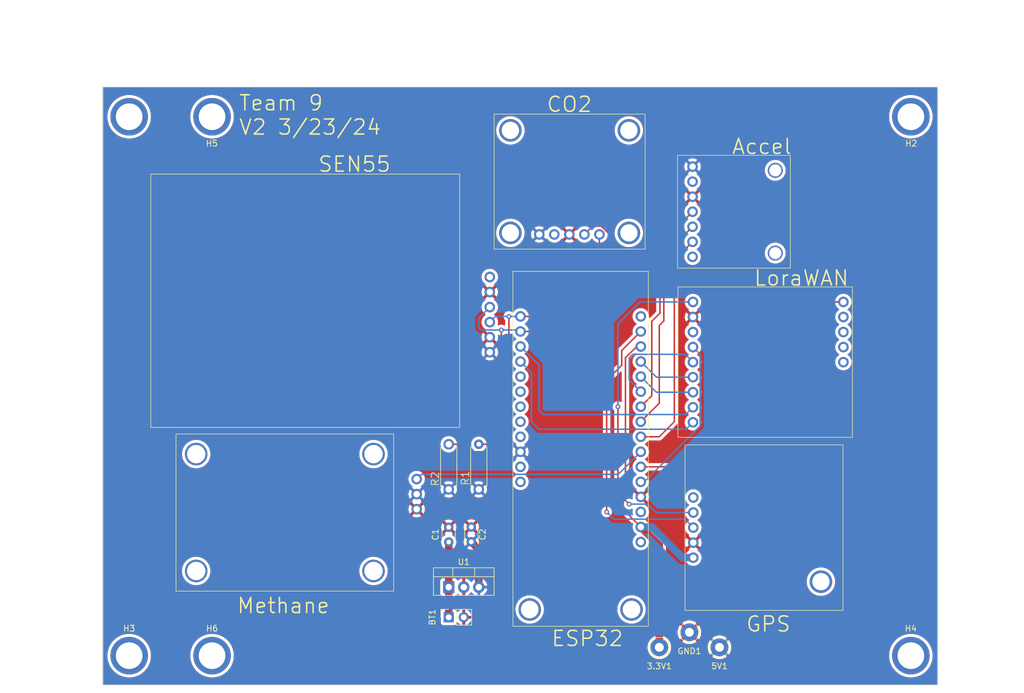
<source format=kicad_pcb>
(kicad_pcb (version 20221018) (generator pcbnew)
  (layers (0 "F.Cu" signal) (31 "B.Cu" signal) (34 "B.Paste" user) (35 "F.Paste" user) (36 "B.SilkS" user "B.Silkscreen") (37 "F.SilkS" user "F.Silkscreen") (38 "B.Mask" user) (39 "F.Mask" user) (44 "Edge.Cuts" user))
  (net 0 "")
  (net 1 "+5V")
  (net 2 "Net-(CO2-SCL)")
  (net 3 "Net-(CO2-SDA)")
  (net 4 "GND")
  (net 5 "Net-(Accelerometer1-Zout)")
  (net 6 "Net-(Accelerometer1-Yout)")
  (net 7 "Net-(Accelerometer1-Xout)")
  (net 10 "Net-(ESP32-WROOM-32E1-TX)")
  (net 11 "Net-(ESP32-WROOM-32E1-RX)")
  (net 12 "+3.3V")
  (net 14 "Net-(ESP32-WROOM-32E1-SCK)")
  (net 15 "Net-(ESP32-WROOM-32E1-MISO)")
  (net 16 "Net-(ESP32-WROOM-32E1-MOSI)")
  (net 17 "Net-(ESP32-WROOM-32E1-D04)")
  (net 18 "Net-(ESP32-WROOM-32E1-D06)")
  (net 24 "Net-(BT1-+)")
  (net 25 "Net-(ESP32-WROOM-32E1-A2)")
  (net 38 "Net-(ESP32-WROOM-32E1-A0)")
  (net 39 "Net-(ESP32-WROOM-32E1-A1)")
  (footprint "my-sensors:SEN55" (layer "F.Cu") (at 121.2358 115.2668 180)
    (fp_text reference "SEN55" (at 25.4 44.45 unlocked) (layer "F.SilkS") (effects (font (size 2.54 2.54) (thickness 0.254))))
    (fp_text value "~")
    (fp_rect (start 7.62 0) (end 59.7916 42.7736) (stroke (width 0.1)) (fill none) (layer "F.SilkS"))
    (pad "1" thru_hole circle (at 2.54 12.7 180) (size 1.778 1.778) (drill 1.0922) (layers "*.Cu" "*.Mask") (net 1 "+5V"))
    (pad "2" thru_hole circle (at 2.54 15.24 180) (size 1.778 1.778) (drill 1.0922) (layers "*.Cu" "*.Mask") (net 4 "GND"))
    (pad "3" thru_hole circle (at 2.54 17.78 180) (size 1.778 1.778) (drill 1.0922) (layers "*.Cu" "*.Mask") (net 3 "Net-(CO2-SDA)"))
    (pad "4" thru_hole circle (at 2.54 20.32 180) (size 1.778 1.778) (drill 1.0922) (layers "*.Cu" "*.Mask") (net 2 "Net-(CO2-SCL)"))
    (pad "5" thru_hole circle (at 2.54 22.86 180) (size 1.778 1.778) (drill 1.0922) (layers "*.Cu" "*.Mask") (net 4 "GND"))
    (pad "6" thru_hole circle (at 2.54 25.4 180) (size 1.778 1.778) (drill 1.0922) (layers "*.Cu" "*.Mask"))
  )
  (footprint "Connector_PinSocket_2.54mm:PinSocket_1x02_P2.54mm_Vertical" (layer "F.Cu") (at 111.76 147.32 90)
    (fp_text reference "BT1" (at 0 -2.77 90) (layer "F.SilkS"))
    (fp_text value "Battery")
    (fp_line (start -1.33 1.27) (end -1.33 3.87) (stroke (width 0.12)) (layer "F.SilkS"))
    (fp_line (start -1.33 1.27) (end 1.33 1.27) (stroke (width 0.12)) (layer "F.SilkS"))
    (fp_line (start -1.33 3.87) (end 1.33 3.87) (stroke (width 0.12)) (layer "F.SilkS"))
    (fp_line (start 0 -1.33) (end 1.33 -1.33) (stroke (width 0.12)) (layer "F.SilkS"))
    (fp_line (start 1.33 -1.33) (end 1.33 0) (stroke (width 0.12)) (layer "F.SilkS"))
    (fp_line (start 1.33 1.27) (end 1.33 3.87) (stroke (width 0.12)) (layer "F.SilkS"))
    (pad "1" thru_hole rect (at 0 0 90) (size 1.7 1.7) (drill 1) (layers "*.Cu" "*.Mask") (net 24 "Net-(BT1-+)"))
    (pad "2" thru_hole oval (at 0 2.54 90) (size 1.7 1.7) (drill 1) (layers "*.Cu" "*.Mask") (net 4 "GND"))
  )
  (footprint "MountingHole:MountingHole_4.5mm_Pad" (layer "F.Cu") (at 71.7931 153.8097)
    (fp_text reference "H6" (at 0 -4.5847) (layer "F.SilkS"))
    (fp_text value "MountingHole")
    (pad "6" thru_hole circle (at 0 0) (size 6.35 6.35) (drill 4.5) (layers "*.Cu" "*.Mask"))
  )
  (footprint "Resistor_THT:R_Axial_DIN0207_L6.3mm_D2.5mm_P7.62mm_Horizontal" (layer "F.Cu") (at 116.84 125.73 90)
    (fp_text reference "R1" (at 1.905 -2.286 90) (layer "F.SilkS") (effects (font (size 1.27 1.27) (thickness 0.127))))
    (fp_text value "4.7k" hide)
    (fp_line (start 0.54 -1.37) (end 7.08 -1.37) (stroke (width 0.12)) (layer "F.SilkS"))
    (fp_line (start 0.54 -1.04) (end 0.54 -1.37) (stroke (width 0.12)) (layer "F.SilkS"))
    (fp_line (start 0.54 1.04) (end 0.54 1.37) (stroke (width 0.12)) (layer "F.SilkS"))
    (fp_line (start 0.54 1.37) (end 7.08 1.37) (stroke (width 0.12)) (layer "F.SilkS"))
    (fp_line (start 7.08 -1.37) (end 7.08 -1.04) (stroke (width 0.12)) (layer "F.SilkS"))
    (fp_line (start 7.08 1.37) (end 7.08 1.04) (stroke (width 0.12)) (layer "F.SilkS"))
    (pad "1" thru_hole circle (at 0 0 90) (size 1.778 1.778) (drill 1.0922) (layers "*.Cu" "*.Mask") (net 1 "+5V"))
    (pad "2" thru_hole oval (at 7.62 0 90) (size 1.6 1.6) (drill 0.8) (layers "*.Cu" "*.Mask") (net 2 "Net-(CO2-SCL)"))
  )
  (footprint "Capacitor_THT:C_Disc_D3.0mm_W2.0mm_P2.50mm" (layer "F.Cu") (at 115.57 134.58 90)
    (fp_text reference "C2" (at 1.23 1.905 90) (layer "F.SilkS"))
    (fp_text value "0.1")
    (fp_line (start -0.37 -1.12) (end -0.37 -1.055) (stroke (width 0.12)) (layer "F.SilkS"))
    (fp_line (start -0.37 -1.12) (end 2.87 -1.12) (stroke (width 0.12)) (layer "F.SilkS"))
    (fp_line (start -0.37 1.055) (end -0.37 1.12) (stroke (width 0.12)) (layer "F.SilkS"))
    (fp_line (start -0.37 1.12) (end 2.87 1.12) (stroke (width 0.12)) (layer "F.SilkS"))
    (fp_line (start 2.87 -1.12) (end 2.87 -1.055) (stroke (width 0.12)) (layer "F.SilkS"))
    (fp_line (start 2.87 1.055) (end 2.87 1.12) (stroke (width 0.12)) (layer "F.SilkS"))
    (pad "1" thru_hole circle (at 0 0 90) (size 1.6 1.6) (drill 0.8) (layers "*.Cu" "*.Mask") (net 1 "+5V"))
    (pad "2" thru_hole circle (at 2.5 0 90) (size 1.6 1.6) (drill 0.8) (layers "*.Cu" "*.Mask") (net 4 "GND"))
  )
  (footprint "MountingHole:MountingHole_4.5mm_Pad" (layer "F.Cu") (at 57.7977 153.8097)
    (fp_text reference "H3" (at 0 -4.5847) (layer "F.SilkS"))
    (fp_text value "MountingHole")
    (pad "3" thru_hole circle (at 0 0) (size 6.35 6.35) (drill 4.5) (layers "*.Cu" "*.Mask"))
  )
  (footprint "Resistor_THT:R_Axial_DIN0207_L6.3mm_D2.5mm_P7.62mm_Horizontal" (layer "F.Cu") (at 111.76 125.73 90)
    (fp_text reference "R2" (at 1.778 -2.286 90) (layer "F.SilkS") (effects (font (size 1.27 1.27) (thickness 0.127))))
    (fp_text value "4.7k" hide)
    (fp_line (start 0.54 -1.37) (end 7.08 -1.37) (stroke (width 0.12)) (layer "F.SilkS"))
    (fp_line (start 0.54 -1.04) (end 0.54 -1.37) (stroke (width 0.12)) (layer "F.SilkS"))
    (fp_line (start 0.54 1.04) (end 0.54 1.37) (stroke (width 0.12)) (layer "F.SilkS"))
    (fp_line (start 0.54 1.37) (end 7.08 1.37) (stroke (width 0.12)) (layer "F.SilkS"))
    (fp_line (start 7.08 -1.37) (end 7.08 -1.04) (stroke (width 0.12)) (layer "F.SilkS"))
    (fp_line (start 7.08 1.37) (end 7.08 1.04) (stroke (width 0.12)) (layer "F.SilkS"))
    (pad "1" thru_hole circle (at 0 0 90) (size 1.778 1.778) (drill 1.0922) (layers "*.Cu" "*.Mask") (net 1 "+5V"))
    (pad "2" thru_hole circle (at 7.62 0 90) (size 1.778 1.778) (drill 1.0922) (layers "*.Cu" "*.Mask") (net 3 "Net-(CO2-SDA)"))
  )
  (footprint "Capacitor_THT:C_Disc_D3.0mm_W2.0mm_P2.50mm" (layer "F.Cu") (at 111.76 134.62 90)
    (fp_text reference "C1" (at 1.25 -2.25 90) (layer "F.SilkS"))
    (fp_text value "0.22")
    (fp_line (start -0.37 -1.12) (end -0.37 -1.055) (stroke (width 0.12)) (layer "F.SilkS"))
    (fp_line (start -0.37 -1.12) (end 2.87 -1.12) (stroke (width 0.12)) (layer "F.SilkS"))
    (fp_line (start -0.37 1.055) (end -0.37 1.12) (stroke (width 0.12)) (layer "F.SilkS"))
    (fp_line (start -0.37 1.12) (end 2.87 1.12) (stroke (width 0.12)) (layer "F.SilkS"))
    (fp_line (start 2.87 -1.12) (end 2.87 -1.055) (stroke (width 0.12)) (layer "F.SilkS"))
    (fp_line (start 2.87 1.055) (end 2.87 1.12) (stroke (width 0.12)) (layer "F.SilkS"))
    (pad "1" thru_hole circle (at 0 0 90) (size 1.6 1.6) (drill 0.8) (layers "*.Cu" "*.Mask") (net 24 "Net-(BT1-+)"))
    (pad "2" thru_hole circle (at 2.5 0 90) (size 1.6 1.6) (drill 0.8) (layers "*.Cu" "*.Mask") (net 4 "GND"))
  )
  (footprint "MountingHole:MountingHole_4.5mm_Pad" (layer "F.Cu") (at 189.8015 62.8015)
    (fp_text reference "H2" (at 0.0635 4.5085) (layer "F.SilkS"))
    (fp_text value "MountingHole")
    (pad "2" thru_hole circle (at 0 0) (size 6.35 6.35) (drill 4.5) (layers "*.Cu" "*.Mask"))
  )
  (footprint "my-sensors:ESP32" (layer "F.Cu") (at 122.6058 88.9)
    (fp_text reference "ESP32-WROOM-32E1")
    (fp_text value "~")
    (fp_text user "ESP32" (at 6.35 63.5 unlocked) (layer "F.SilkS") (effects (font (size 2.54 2.54) (thickness 0.254)) (justify left bottom)))
    (fp_rect (start 0 0) (end 22.86 59.944) (stroke (width 0.1)) (fill none) (layer "F.SilkS"))
    (pad "1" thru_hole circle (at 1.27 7.62) (size 1.778 1.778) (drill 1.0922) (layers "*.Cu" "*.Mask") (net 3 "Net-(CO2-SDA)"))
    (pad "2" thru_hole circle (at 1.27 10.16) (size 1.778 1.778) (drill 1.0922) (layers "*.Cu" "*.Mask") (net 2 "Net-(CO2-SCL)"))
    (pad "3" thru_hole circle (at 1.27 12.7) (size 1.778 1.778) (drill 1.0922) (layers "*.Cu" "*.Mask") (net 17 "Net-(ESP32-WROOM-32E1-D04)"))
    (pad "4" thru_hole circle (at 1.27 15.24) (size 1.778 1.778) (drill 1.0922) (layers "*.Cu" "*.Mask") (net 18 "Net-(ESP32-WROOM-32E1-D06)"))
    (pad "5" thru_hole circle (at 1.27 17.78) (size 1.778 1.778) (drill 1.0922) (layers "*.Cu" "*.Mask"))
    (pad "6" thru_hole circle (at 1.27 20.32) (size 1.778 1.778) (drill 1.0922) (layers "*.Cu" "*.Mask"))
    (pad "7" thru_hole circle (at 1.27 22.86) (size 1.778 1.778) (drill 1.0922) (layers "*.Cu" "*.Mask"))
    (pad "8" thru_hole circle (at 1.27 25.4) (size 1.778 1.778) (drill 1.0922) (layers "*.Cu" "*.Mask"))
    (pad "9" thru_hole circle (at 1.27 27.94) (size 1.778 1.778) (drill 1.0922) (layers "*.Cu" "*.Mask"))
    (pad "10" thru_hole circle (at 1.27 30.48) (size 1.778 1.778) (drill 1.0922) (layers "*.Cu" "*.Mask") (net 1 "+5V"))
    (pad "11" thru_hole circle (at 1.27 33.02) (size 1.778 1.778) (drill 1.0922) (layers "*.Cu" "*.Mask"))
    (pad "12" thru_hole circle (at 1.27 35.56) (size 1.778 1.778) (drill 1.0922) (layers "*.Cu" "*.Mask"))
    (pad "13" thru_hole circle (at 21.59 45.72) (size 1.778 1.778) (drill 1.0922) (layers "*.Cu" "*.Mask"))
    (pad "14" thru_hole circle (at 21.59 43.18) (size 1.778 1.778) (drill 1.0922) (layers "*.Cu" "*.Mask") (net 12 "+3.3V"))
    (pad "15" thru_hole circle (at 21.59 40.64) (size 1.778 1.778) (drill 1.0922) (layers "*.Cu" "*.Mask"))
    (pad "16" thru_hole circle (at 21.59 38.1) (size 1.778 1.778) (drill 1.0922) (layers "*.Cu" "*.Mask") (net 4 "GND"))
    (pad "17" thru_hole circle (at 21.59 35.56) (size 1.778 1.778) (drill 1.0922) (layers "*.Cu" "*.Mask") (net 38 "Net-(ESP32-WROOM-32E1-A0)"))
    (pad "18" thru_hole circle (at 21.59 33.02) (size 1.778 1.778) (drill 1.0922) (layers "*.Cu" "*.Mask") (net 39 "Net-(ESP32-WROOM-32E1-A1)"))
    (pad "19" thru_hole circle (at 21.59 30.48) (size 1.778 1.778) (drill 1.0922) (layers "*.Cu" "*.Mask") (net 25 "Net-(ESP32-WROOM-32E1-A2)"))
    (pad "20" thru_hole circle (at 21.59 27.94) (size 1.778 1.778) (drill 1.0922) (layers "*.Cu" "*.Mask") (net 7 "Net-(Accelerometer1-Xout)"))
    (pad "21" thru_hole circle (at 21.59 25.4) (size 1.778 1.778) (drill 1.0922) (layers "*.Cu" "*.Mask") (net 6 "Net-(Accelerometer1-Yout)"))
    (pad "22" thru_hole circle (at 21.59 22.86) (size 1.778 1.778) (drill 1.0922) (layers "*.Cu" "*.Mask") (net 5 "Net-(Accelerometer1-Zout)"))
    (pad "23" thru_hole circle (at 21.59 20.32) (size 1.778 1.778) (drill 1.0922) (layers "*.Cu" "*.Mask") (net 14 "Net-(ESP32-WROOM-32E1-SCK)"))
    (pad "24" thru_hole circle (at 21.59 17.78) (size 1.778 1.778) (drill 1.0922) (layers "*.Cu" "*.Mask") (net 16 "Net-(ESP32-WROOM-32E1-MOSI)"))
    (pad "25" thru_hole circle (at 21.59 15.24) (size 1.778 1.778) (drill 1.0922) (layers "*.Cu" "*.Mask") (net 15 "Net-(ESP32-WROOM-32E1-MISO)"))
    (pad "26" thru_hole circle (at 21.59 12.7) (size 1.778 1.778) (drill 1.0922) (layers "*.Cu" "*.Mask") (net 11 "Net-(ESP32-WROOM-32E1-RX)"))
    (pad "27" thru_hole circle (at 21.59 10.16) (size 1.778 1.778) (drill 1.0922) (layers "*.Cu" "*.Mask") (net 10 "Net-(ESP32-WROOM-32E1-TX)"))
    (pad "28" thru_hole circle (at 21.59 7.62) (size 1.778 1.778) (drill 1.0922) (layers "*.Cu" "*.Mask"))
    (pad "29" thru_hole circle (at 2.8321 57.1119) (size 3.81 3.81) (drill 2.9718) (layers "*.Cu" "*.Mask"))
    (pad "30" thru_hole circle (at 20.0279 57.1119) (size 3.81 3.81) (drill 2.9718) (layers "*.Cu" "*.Mask"))
  )
  (footprint "my-sensors:Methane" (layer "F.Cu") (at 65.7098 116.3685)
    (fp_text reference "Methane1")
    (fp_text value "~")
    (fp_text user "Methane" (at 10.16 30.48 unlocked) (layer "F.SilkS") (effects (font (size 2.54 2.54) (thickness 0.254)) (justify left bottom)))
    (fp_rect (start 0 0) (end 36.7538 26.543) (stroke (width 0.1)) (fill none) (layer "F.SilkS"))
    (pad "1" thru_hole circle (at 40.64 7.62) (size 1.778 1.778) (drill 1.0922) (layers "*.Cu" "*.Mask") (net 25 "Net-(ESP32-WROOM-32E1-A2)"))
    (pad "2" thru_hole circle (at 40.64 10.16) (size 1.778 1.778) (drill 1.0922) (layers "*.Cu" "*.Mask") (net 1 "+5V"))
    (pad "3" thru_hole circle (at 40.64 12.7) (size 1.778 1.778) (drill 1.0922) (layers "*.Cu" "*.Mask") (net 4 "GND"))
    (pad "4" thru_hole circle (at 3.4036 3.4036 270) (size 3.81 3.81) (drill 3.0988) (layers "*.Cu" "*.Mask"))
    (pad "5" thru_hole circle (at 33.3502 3.4036 270) (size 3.81 3.81) (drill 3.0988) (layers "*.Cu" "*.Mask"))
    (pad "6" thru_hole circle (at 3.4036 23.1394 270) (size 3.81 3.81) (drill 3.0988) (layers "*.Cu" "*.Mask"))
    (pad "7" thru_hole circle (at 33.3502 23.1394 270) (size 3.81 3.81) (drill 3.0988) (layers "*.Cu" "*.Mask"))
  )
  (footprint "my-sensors:Accelerometer" (layer "F.Cu") (at 169.445 69.315 -90)
    (fp_text reference "Accelerometer1")
    (fp_text value "~")
    (fp_text user "Accel" (at 0 10 unlocked) (layer "F.SilkS") (effects (font (size 2.54 2.54) (thickness 0.254)) (justify left bottom)))
    (fp_rect (start 0 0) (end 19.05 19.05) (stroke (width 0.1)) (fill none) (layer "F.SilkS"))
    (pad "1" thru_hole circle (at 1.905 16.51 270) (size 1.778 1.778) (drill 1.0922) (layers "*.Cu" "*.Mask") (net 1 "+5V"))
    (pad "2" thru_hole circle (at 4.445 16.51 270) (size 1.778 1.778) (drill 1.0922) (layers "*.Cu" "*.Mask"))
    (pad "3" thru_hole circle (at 6.985 16.51 270) (size 1.778 1.778) (drill 1.0922) (layers "*.Cu" "*.Mask") (net 4 "GND"))
    (pad "4" thru_hole circle (at 9.525 16.51 270) (size 1.778 1.778) (drill 1.0922) (layers "*.Cu" "*.Mask") (net 5 "Net-(Accelerometer1-Zout)"))
    (pad "5" thru_hole circle (at 12.065 16.51 270) (size 1.778 1.778) (drill 1.0922) (layers "*.Cu" "*.Mask") (net 6 "Net-(Accelerometer1-Yout)"))
    (pad "6" thru_hole circle (at 14.605 16.51 270) (size 1.778 1.778) (drill 1.0922) (layers "*.Cu" "*.Mask") (net 7 "Net-(Accelerometer1-Xout)"))
    (pad "7" thru_hole circle (at 17.145 16.51 270) (size 1.778 1.778) (drill 1.0922) (layers "*.Cu" "*.Mask"))
    (pad "8" thru_hole circle (at 2.54 2.54 270) (size 2.54 2.54) (drill 2.032) (layers "*.Cu" "*.Mask"))
    (pad "9" thru_hole circle (at 16.51 2.54 270) (size 2.54 2.54) (drill 2.032) (layers "*.Cu" "*.Mask"))
  )
  (footprint "Package_TO_SOT_THT:TO-220-3_Vertical" (layer "F.Cu") (at 111.76 142.24)
    (fp_text reference "U1" (at 2.54 -4.27) (layer "F.SilkS"))
    (fp_text value "L7805")
    (fp_line (start -2.58 -3.27) (end -2.58 1.371) (stroke (width 0.12)) (layer "F.SilkS"))
    (fp_line (start -2.58 -3.27) (end 7.66 -3.27) (stroke (width 0.12)) (layer "F.SilkS"))
    (fp_line (start -2.58 -1.76) (end 7.66 -1.76) (stroke (width 0.12)) (layer "F.SilkS"))
    (fp_line (start -2.58 1.371) (end 7.66 1.371) (stroke (width 0.12)) (layer "F.SilkS"))
    (fp_line (start 0.69 -3.27) (end 0.69 -1.76) (stroke (width 0.12)) (layer "F.SilkS"))
    (fp_line (start 4.391 -3.27) (end 4.391 -1.76) (stroke (width 0.12)) (layer "F.SilkS"))
    (fp_line (start 7.66 -3.27) (end 7.66 1.371) (stroke (width 0.12)) (layer "F.SilkS"))
    (pad "1" thru_hole rect (at 0 0) (size 1.905 2) (drill 1.1) (layers "*.Cu" "*.Mask") (net 24 "Net-(BT1-+)"))
    (pad "2" thru_hole oval (at 2.54 0) (size 1.905 2) (drill 1.1) (layers "*.Cu" "*.Mask") (net 4 "GND"))
    (pad "3" thru_hole oval (at 5.08 0) (size 1.905 2) (drill 1.1) (layers "*.Cu" "*.Mask") (net 1 "+5V"))
  )
  (footprint "MountingHole:MountingHole_4.5mm_Pad" (layer "F.Cu") (at 57.7977 62.8015)
    (fp_text reference "H1" hide)
    (fp_text value "MountingHole")
    (pad "1" thru_hole circle (at 0 0) (size 6.35 6.35) (drill 4.5) (layers "*.Cu" "*.Mask"))
  )
  (footprint "TestPoint:TestPoint_Loop_D2.54mm_Drill1.5mm_Beaded" (layer "F.Cu") (at 157.48 152.4)
    (fp_text reference "5V1" (at 0 3.175) (layer "F.SilkS"))
    (fp_text value "TestPoint")
    (fp_circle (center 0 0) (end 1.7 0) (stroke (width 0.12)) (fill none) (layer "F.SilkS"))
    (pad "1" thru_hole circle (at 0 0) (size 3 3) (drill 1.5) (layers "*.Cu" "*.Mask") (net 1 "+5V"))
  )
  (footprint "MountingHole:MountingHole_4.5mm_Pad" (layer "F.Cu") (at 71.7931 62.8015)
    (fp_text reference "H5" (at -0.0381 4.5085) (layer "F.SilkS"))
    (fp_text value "MountingHole")
    (pad "5" thru_hole circle (at 0 0) (size 6.35 6.35) (drill 4.5) (layers "*.Cu" "*.Mask"))
  )
  (footprint "my-sensors:GPS" (layer "F.Cu") (at 178.335 118.21 -90)
    (fp_text reference "GPS1")
    (fp_text value "~")
    (fp_text user "GPS" (at 31.75 16.51 unlocked) (layer "F.SilkS") (effects (font (size 2.54 2.54) (thickness 0.254)) (justify left bottom)))
    (fp_rect (start 0 0) (end 27.94 26.67) (stroke (width 0.1)) (fill none) (layer "F.SilkS"))
    (pad "1" thru_hole circle (at 8.89 25.273 270) (size 1.778 1.778) (drill 1.0922) (layers "*.Cu" "*.Mask"))
    (pad "2" thru_hole circle (at 11.43 25.273 270) (size 1.778 1.778) (drill 1.0922) (layers "*.Cu" "*.Mask") (net 11 "Net-(ESP32-WROOM-32E1-RX)"))
    (pad "3" thru_hole circle (at 13.97 25.273 270) (size 1.778 1.778) (drill 1.0922) (layers "*.Cu" "*.Mask") (net 10 "Net-(ESP32-WROOM-32E1-TX)"))
    (pad "4" thru_hole circle (at 16.51 25.273 270) (size 1.778 1.778) (drill 1.0922) (layers "*.Cu" "*.Mask") (net 4 "GND"))
    (pad "5" thru_hole circle (at 19.05 25.273 270) (size 1.778 1.778) (drill 1.0922) (layers "*.Cu" "*.Mask") (net 12 "+3.3V"))
    (pad "6" thru_hole circle (at 23.1013 3.7211 270) (size 3.81 3.81) (drill 2.921) (layers "*.Cu" "*.Mask"))
  )
  (footprint "my-sensors:LoraWAN" (layer "F.Cu") (at 150.468 91.54)
    (fp_text reference "LoraWAN1")
    (fp_text value "~")
    (fp_text user "LoraWAN" (at 12.7 0 unlocked) (layer "F.SilkS") (effects (font (size 2.54 2.54) (thickness 0.254)) (justify left bottom)))
    (fp_rect (start 0 0) (end 29.464 25.4) (stroke (width 0.1)) (fill none) (layer "F.SilkS"))
    (pad "1" thru_hole circle (at 2.54 2.54 270) (size 1.778 1.778) (drill 1.0922) (layers "*.Cu" "*.Mask") (net 12 "+3.3V"))
    (pad "2" thru_hole circle (at 2.54 5.08 270) (size 1.778 1.778) (drill 1.0922) (layers "*.Cu" "*.Mask") (net 4 "GND"))
    (pad "3" thru_hole circle (at 2.54 7.62 270) (size 1.778 1.778) (drill 1.0922) (layers "*.Cu" "*.Mask"))
    (pad "4" thru_hole circle (at 2.54 10.16 270) (size 1.778 1.778) (drill 1.0922) (layers "*.Cu" "*.Mask") (net 38 "Net-(ESP32-WROOM-32E1-A0)"))
    (pad "5" thru_hole circle (at 2.54 12.7 270) (size 1.778 1.778) (drill 1.0922) (layers "*.Cu" "*.Mask") (net 14 "Net-(ESP32-WROOM-32E1-SCK)"))
    (pad "6" thru_hole circle (at 2.54 15.24 270) (size 1.778 1.778) (drill 1.0922) (layers "*.Cu" "*.Mask") (net 15 "Net-(ESP32-WROOM-32E1-MISO)"))
    (pad "7" thru_hole circle (at 2.54 17.78 270) (size 1.778 1.778) (drill 1.0922) (layers "*.Cu" "*.Mask") (net 16 "Net-(ESP32-WROOM-32E1-MOSI)"))
    (pad "8" thru_hole circle (at 2.54 20.32 270) (size 1.778 1.778) (drill 1.0922) (layers "*.Cu" "*.Mask") (net 17 "Net-(ESP32-WROOM-32E1-D04)"))
    (pad "9" thru_hole circle (at 2.54 22.86 270) (size 1.778 1.778) (drill 1.0922) (layers "*.Cu" "*.Mask") (net 18 "Net-(ESP32-WROOM-32E1-D06)"))
    (pad "10" thru_hole circle (at 27.94 12.7 270) (size 1.778 1.778) (drill 1.0922) (layers "*.Cu" "*.Mask"))
    (pad "11" thru_hole circle (at 27.94 10.16 270) (size 1.778 1.778) (drill 1.0922) (layers "*.Cu" "*.Mask"))
    (pad "12" thru_hole circle (at 27.94 7.62 270) (size 1.778 1.778) (drill 1.0922) (layers "*.Cu" "*.Mask"))
    (pad "13" thru_hole circle (at 27.94 5.08 270) (size 1.778 1.778) (drill 1.0922) (layers "*.Cu" "*.Mask"))
    (pad "14" thru_hole circle (at 27.94 2.54 270) (size 1.778 1.778) (drill 1.0922) (layers "*.Cu" "*.Mask") (net 39 "Net-(ESP32-WROOM-32E1-A1)"))
  )
  (footprint "MountingHole:MountingHole_4.5mm_Pad" (layer "F.Cu") (at 189.8015 153.8097)
    (fp_text reference "H4" (at 0 -4.5847) (layer "F.SilkS"))
    (fp_text value "MountingHole")
    (pad "4" thru_hole circle (at 0 0) (size 6.35 6.35) (drill 4.5) (layers "*.Cu" "*.Mask"))
  )
  (footprint "TestPoint:TestPoint_Loop_D2.54mm_Drill1.5mm_Beaded" (layer "F.Cu") (at 147.32 152.4)
    (fp_text reference "3.3V1" (at 0 3.175) (layer "F.SilkS"))
    (fp_text value "TestPoint")
    (fp_circle (center 0 0) (end 1.7 0) (stroke (width 0.12)) (fill none) (layer "F.SilkS"))
    (pad "1" thru_hole circle (at 0 0) (size 3 3) (drill 1.5) (layers "*.Cu" "*.Mask") (net 12 "+3.3V"))
  )
  (footprint "my-sensors:CO2" (layer "F.Cu") (at 119.43 62.36)
    (fp_text reference "CO2" (at 12.7 -1.651 unlocked) (layer "F.SilkS") (effects (font (size 2.54 2.54) (thickness 0.254))))
    (fp_text value "~")
    (fp_rect (start 0 0) (end 25.5 22.8) (stroke (width 0.1)) (fill none) (layer "F.SilkS"))
    (pad "1" thru_hole circle (at 7.62 20.32) (size 1.778 1.778) (drill 1.0922) (layers "*.Cu" "*.Mask") (net 1 "+5V"))
    (pad "2" thru_hole circle (at 10.16 20.32) (size 1.778 1.778) (drill 1.0922) (layers "*.Cu" "*.Mask"))
    (pad "3" thru_hole circle (at 12.7 20.32) (size 1.778 1.778) (drill 1.0922) (layers "*.Cu" "*.Mask") (net 4 "GND"))
    (pad "4" thru_hole circle (at 15.24 20.32) (size 1.778 1.778) (drill 1.0922) (layers "*.Cu" "*.Mask") (net 2 "Net-(CO2-SCL)"))
    (pad "5" thru_hole circle (at 17.78 20.32) (size 1.778 1.778) (drill 1.0922) (layers "*.Cu" "*.Mask") (net 3 "Net-(CO2-SDA)"))
    (pad "6" thru_hole circle (at 2.7432 2.7432 270) (size 3.81 3.81) (drill 2.921) (layers "*.Cu" "*.Mask"))
    (pad "7" thru_hole circle (at 22.75586 2.7432 270) (size 3.81 3.81) (drill 2.921) (layers "*.Cu" "*.Mask"))
    (pad "8" thru_hole circle (at 2.7432 20.05584 270) (size 3.81 3.81) (drill 2.921) (layers "*.Cu" "*.Mask"))
    (pad "9" thru_hole circle (at 22.75586 20.05584 270) (size 3.81 3.81) (drill 2.921) (layers "*.Cu" "*.Mask"))
  )
  (footprint "TestPoint:TestPoint_Loop_D2.54mm_Drill1.5mm_Beaded" (layer "F.Cu") (at 152.4 149.86)
    (fp_text reference "GND1" (at 0 3.175) (layer "F.SilkS"))
    (fp_text value "TestPoint")
    (fp_circle (center 0 0) (end 1.7 0) (stroke (width 0.12)) (fill none) (layer "F.SilkS"))
    (pad "1" thru_hole circle (at 0 0) (size 3 3) (drill 1.5) (layers "*.Cu" "*.Mask") (net 4 "GND"))
  )
  (gr_rect (start 53.34 57.785) (end 194.31 158.75) (stroke (width 0.1)) (fill none) (layer "Edge.Cuts"))
  (gr_text "Team 9\nV2 3/23/24" (at 76.2 66.04) (layer "F.SilkS") (effects (font (size 2.54 2.54) (thickness 0.254)) (justify left bottom)))
  (segment (start 116.84 135.85) (end 116.84 142.24) (width 1.27) (layer "F.Cu") (net 1))
  (segment (start 115.57 134.58) (end 116.84 135.85) (width 1.27) (layer "F.Cu") (net 1))
  (segment (start 139.7 86.36) (end 127 99.06) (width 0.25) (layer "F.Cu") (net 2))
  (segment (start 127 99.06) (end 123.8758 99.06) (width 0.25) (layer "F.Cu") (net 2))
  (segment (start 137.526856 81.28) (end 139.7 83.453144) (width 0.25) (layer "F.Cu") (net 2))
  (segment (start 120.65 116.205) (end 120.65 98.8128) (width 0.25) (layer "F.Cu") (net 2))
  (segment (start 136.07 81.28) (end 137.526856 81.28) (width 0.25) (layer "F.Cu") (net 2))
  (segment (start 118.745 118.11) (end 116.84 118.11) (width 0.25) (layer "F.Cu") (net 2))
  (segment (start 134.67 82.68) (end 136.07 81.28) (width 0.25) (layer "F.Cu") (net 2))
  (segment (start 120.65 116.205) (end 118.745 118.11) (width 0.25) (layer "F.Cu") (net 2))
  (segment (start 139.7 83.453144) (end 139.7 86.36) (width 0.25) (layer "F.Cu") (net 2))
  (via (at 120.65 98.8128) (size 0.8) (drill 0.4) (layers "F.Cu" "B.Cu") (net 2))
  (segment (start 123.8758 99.06) (end 123.6286 98.8128) (width 0.25) (layer "B.Cu") (net 2))
  (segment (start 116.84 96.8026) (end 118.6958 94.9468) (width 0.25) (layer "B.Cu") (net 2))
  (segment (start 123.6286 98.8128) (end 120.65 98.8128) (width 0.25) (layer "B.Cu") (net 2))
  (segment (start 117.2278 98.8128) (end 116.84 98.425) (width 0.25) (layer "B.Cu") (net 2))
  (segment (start 116.84 98.425) (end 116.84 96.8026) (width 0.25) (layer "B.Cu") (net 2))
  (segment (start 120.65 98.8128) (end 117.2278 98.8128) (width 0.25) (layer "B.Cu") (net 2))
  (segment (start 114.3 118.11) (end 115.57 119.38) (width 0.25) (layer "F.Cu") (net 3))
  (segment (start 115.57 119.38) (end 118.745 119.38) (width 0.25) (layer "F.Cu") (net 3))
  (segment (start 118.745 119.38) (end 121.92 116.205) (width 0.25) (layer "F.Cu") (net 3))
  (segment (start 137.21 86.31) (end 127 96.52) (width 0.25) (layer "F.Cu") (net 3))
  (segment (start 127 96.52) (end 123.8758 96.52) (width 0.25) (layer "F.Cu") (net 3))
  (segment (start 137.21 82.68) (end 137.21 86.31) (width 0.25) (layer "F.Cu") (net 3))
  (segment (start 121.92 116.205) (end 121.92 96.52) (width 0.25) (layer "F.Cu") (net 3))
  (segment (start 111.76 118.11) (end 114.3 118.11) (width 0.25) (layer "F.Cu") (net 3))
  (via (at 121.92 96.52) (size 0.8) (drill 0.4) (layers "F.Cu" "B.Cu") (net 3))
  (segment (start 123.8758 96.52) (end 121.92 96.52) (width 0.25) (layer "B.Cu") (net 3))
  (segment (start 119.6626 96.52) (end 118.6958 97.4868) (width 0.25) (layer "B.Cu") (net 3))
  (segment (start 121.92 96.52) (end 119.6626 96.52) (width 0.25) (layer "B.Cu") (net 3))
  (segment (start 147.43035 95.97465) (end 147.43035 84.34465) (width 0.25) (layer "F.Cu") (net 5))
  (segment (start 147.43035 84.34465) (end 152.935 78.84) (width 0.25) (layer "F.Cu") (net 5))
  (segment (start 144.1958 111.76) (end 146.05 109.9058) (width 0.25) (layer "F.Cu") (net 5))
  (segment (start 146.05 109.9058) (end 146.05 97.355) (width 0.25) (layer "F.Cu") (net 5))
  (segment (start 146.05 97.355) (end 147.43035 95.97465) (width 0.25) (layer "F.Cu") (net 5))
  (segment (start 147.32 111.1758) (end 147.32 98.051144) (width 0.25) (layer "F.Cu") (net 6))
  (segment (start 148.085572 86.229428) (end 148.085572 97.285572) (width 0.25) (layer "F.Cu") (net 6))
  (segment (start 152.935 81.38) (end 148.085572 86.229428) (width 0.25) (layer "F.Cu") (net 6))
  (segment (start 144.1958 114.3) (end 147.32 111.1758) (width 0.25) (layer "F.Cu") (net 6))
  (segment (start 147.32 98.051144) (end 148.085572 97.285572) (width 0.25) (layer "F.Cu") (net 6))
  (segment (start 149.86 86.995) (end 152.935 83.92) (width 0.25) (layer "F.Cu") (net 7))
  (segment (start 149.86 114.3) (end 149.86 86.995) (width 0.25) (layer "F.Cu") (net 7))
  (segment (start 144.1958 116.84) (end 147.32 116.84) (width 0.25) (layer "F.Cu") (net 7))
  (segment (start 147.32 116.84) (end 149.86 114.3) (width 0.25) (layer "F.Cu") (net 7))
  (segment (start 138.43 129.54) (end 138.43 107.315) (width 0.25) (layer "F.Cu") (net 10))
  (segment (start 140.97 104.775) (end 140.97 102.2858) (width 0.25) (layer "F.Cu") (net 10))
  (segment (start 138.43 107.315) (end 140.97 104.775) (width 0.25) (layer "F.Cu") (net 10))
  (segment (start 140.97 102.2858) (end 144.1958 99.06) (width 0.25) (layer "F.Cu") (net 10))
  (via (at 138.43 129.54) (size 0.8) (drill 0.4) (layers "F.Cu" "B.Cu") (net 10))
  (segment (start 153.062 132.18) (end 151.636 130.754) (width 0.25) (layer "B.Cu") (net 10))
  (segment (start 151.636 130.754) (end 139.644 130.754) (width 0.25) (layer "B.Cu") (net 10))
  (segment (start 139.644 130.754) (end 138.43 129.54) (width 0.25) (layer "B.Cu") (net 10))
  (segment (start 141.605 103.505) (end 143.51 101.6) (width 0.25) (layer "F.Cu") (net 11))
  (segment (start 141.605 127.579) (end 141.605 103.505) (width 0.25) (layer "F.Cu") (net 11))
  (segment (start 142.24 128.214) (end 141.605 127.579) (width 0.25) (layer "F.Cu") (net 11))
  (segment (start 143.51 101.6) (end 144.1958 101.6) (width 0.25) (layer "F.Cu") (net 11))
  (via (at 142.24 128.214) (size 0.8) (drill 0.4) (layers "F.Cu" "B.Cu") (net 11))
  (segment (start 145.359 128.214) (end 146.785 129.64) (width 0.25) (layer "B.Cu") (net 11))
  (segment (start 146.785 129.64) (end 153.062 129.64) (width 0.25) (layer "B.Cu") (net 11))
  (segment (start 142.24 128.214) (end 145.359 128.214) (width 0.25) (layer "B.Cu") (net 11))
  (segment (start 140.335 111.76) (end 140.335 128.2192) (width 0.25) (layer "F.Cu") (net 12))
  (segment (start 144.1958 132.08) (end 147.32 135.2042) (width 1.27) (layer "F.Cu") (net 12))
  (segment (start 147.32 135.2042) (end 147.32 152.4) (width 1.27) (layer "F.Cu") (net 12))
  (segment (start 140.335 128.2192) (end 144.1958 132.08) (width 0.25) (layer "F.Cu") (net 12))
  (via (at 140.335 111.76) (size 0.8) (drill 0.4) (layers "F.Cu" "B.Cu") (net 12))
  (segment (start 144.045 94.08) (end 140.335 97.79) (width 0.25) (layer "B.Cu") (net 12))
  (segment (start 153.062 137.26) (end 151.23 137.26) (width 1.27) (layer "B.Cu") (net 12))
  (segment (start 151.23 137.26) (end 146.05 132.08) (width 1.27) (layer "B.Cu") (net 12))
  (segment (start 153.008 94.08) (end 144.045 94.08) (width 0.25) (layer "B.Cu") (net 12))
  (segment (start 146.05 132.08) (end 144.1958 132.08) (width 1.27) (layer "B.Cu") (net 12))
  (segment (start 140.335 97.79) (end 140.335 111.76) (width 0.25) (layer "B.Cu") (net 12))
  (segment (start 153.008 104.24) (end 151.694 102.926) (width 0.25) (layer "B.Cu") (net 14))
  (segment (start 142.24 103.505) (end 142.24 107.2642) (width 0.25) (layer "B.Cu") (net 14))
  (segment (start 142.24 107.2642) (end 144.1958 109.22) (width 0.25) (layer "B.Cu") (net 14))
  (segment (start 151.694 102.926) (end 142.819 102.926) (width 0.25) (layer "B.Cu") (net 14))
  (segment (start 142.819 102.926) (end 142.24 103.505) (width 0.25) (layer "B.Cu") (net 14))
  (segment (start 153.008 106.78) (end 146.8358 106.78) (width 0.25) (layer "B.Cu") (net 15))
  (segment (start 146.8358 106.78) (end 144.1958 104.14) (width 0.25) (layer "B.Cu") (net 15))
  (segment (start 146.8358 109.32) (end 144.1958 106.68) (width 0.25) (layer "B.Cu") (net 16))
  (segment (start 153.008 109.32) (end 146.8358 109.32) (width 0.25) (layer "B.Cu") (net 16))
  (segment (start 127.691 113.086) (end 127 112.395) (width 0.25) (layer "B.Cu") (net 17))
  (segment (start 127 112.395) (end 127 104.7242) (width 0.25) (layer "B.Cu") (net 17))
  (segment (start 151.782 113.086) (end 127.691 113.086) (width 0.25) (layer "B.Cu") (net 17))
  (segment (start 127 104.7242) (end 123.8758 101.6) (width 0.25) (layer "B.Cu") (net 17))
  (segment (start 153.008 111.86) (end 151.782 113.086) (width 0.25) (layer "B.Cu") (net 17))
  (segment (start 153.008 114.4) (end 151.838 115.57) (width 0.25) (layer "B.Cu") (net 18))
  (segment (start 151.838 115.57) (end 127 115.57) (width 0.25) (layer "B.Cu") (net 18))
  (segment (start 125.73 114.3) (end 125.73 105.9942) (width 0.25) (layer "B.Cu") (net 18))
  (segment (start 127 115.57) (end 125.73 114.3) (width 0.25) (layer "B.Cu") (net 18))
  (segment (start 125.73 105.9942) (end 123.8758 104.14) (width 0.25) (layer "B.Cu") (net 18))
  (segment (start 111.76 142.24) (end 111.76 134.62) (width 1.27) (layer "F.Cu") (net 24))
  (segment (start 111.76 147.32) (end 111.76 142.24) (width 1.27) (layer "F.Cu") (net 24))
  (segment (start 144.1958 119.38) (end 140.3858 123.19) (width 0.25) (layer "B.Cu") (net 25))
  (segment (start 107.1483 123.19) (end 106.3498 123.9885) (width 0.25) (layer "B.Cu") (net 25))
  (segment (start 140.3858 123.19) (end 107.1483 123.19) (width 0.25) (layer "B.Cu") (net 25))
  (segment (start 153.008 101.7) (end 154.222 102.914) (width 0.25) (layer "B.Cu") (net 38))
  (segment (start 154.222 115.018) (end 144.78 124.46) (width 0.25) (layer "B.Cu") (net 38))
  (segment (start 154.222 102.914) (end 154.222 115.018) (width 0.25) (layer "B.Cu") (net 38))
  (segment (start 144.78 124.46) (end 144.1958 124.46) (width 0.25) (layer "B.Cu") (net 38))
  (segment (start 159.285 94.08) (end 156.845 96.52) (width 0.25) (layer "F.Cu") (net 39))
  (segment (start 178.408 94.08) (end 159.285 94.08) (width 0.25) (layer "F.Cu") (net 39))
  (segment (start 154.94 121.92) (end 144.1958 121.92) (width 0.25) (layer "F.Cu") (net 39))
  (segment (start 156.845 120.015) (end 154.94 121.92) (width 0.25) (layer "F.Cu") (net 39))
  (segment (start 156.845 96.52) (end 156.845 120.015) (width 0.25) (layer "F.Cu") (net 39))
  (zone (net 4) (net_name "GND") (layer "F.Cu") (connect_pads (clearance 0.5)) (min_thickness 0.25) (fill yes (thermal_gap 0.5) (thermal_bridge_width 0.5))
    (polygon (pts (xy 50.8 55.88) (xy 198.12 55.88) (xy 198.12 160.02) (xy 50.8 160.02)))
  )
  (zone (net 1) (net_name "+5V") (layer "B.Cu") (priority 1) (connect_pads (clearance 0.5)) (min_thickness 0.25) (fill yes (thermal_gap 0.5) (thermal_bridge_width 0.5))
    (polygon (pts (xy 50.8 55.88) (xy 198.12 55.88) (xy 198.12 160.02) (xy 50.8 160.02)))
  )
)
</source>
